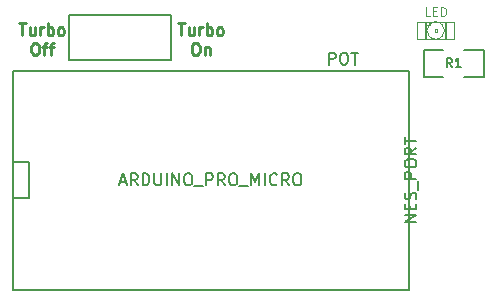
<source format=gto>
G04 (created by PCBNEW (22-Jun-2014 BZR 4027)-stable) date Sat 18 Feb 2017 18:36:52 GMT*
%MOIN*%
G04 Gerber Fmt 3.4, Leading zero omitted, Abs format*
%FSLAX34Y34*%
G01*
G70*
G90*
G04 APERTURE LIST*
%ADD10C,0.00590551*%
%ADD11C,0.00984252*%
%ADD12C,0.005*%
%ADD13C,0.0026*%
%ADD14C,0.004*%
%ADD15C,0.0035*%
G04 APERTURE END LIST*
G54D10*
G54D11*
X78306Y-53865D02*
X78531Y-53865D01*
X78418Y-54259D02*
X78418Y-53865D01*
X78831Y-53996D02*
X78831Y-54259D01*
X78662Y-53996D02*
X78662Y-54203D01*
X78681Y-54240D01*
X78718Y-54259D01*
X78775Y-54259D01*
X78812Y-54240D01*
X78831Y-54221D01*
X79018Y-54259D02*
X79018Y-53996D01*
X79018Y-54071D02*
X79037Y-54034D01*
X79056Y-54015D01*
X79093Y-53996D01*
X79131Y-53996D01*
X79262Y-54259D02*
X79262Y-53865D01*
X79262Y-54015D02*
X79299Y-53996D01*
X79374Y-53996D01*
X79412Y-54015D01*
X79431Y-54034D01*
X79449Y-54071D01*
X79449Y-54184D01*
X79431Y-54221D01*
X79412Y-54240D01*
X79374Y-54259D01*
X79299Y-54259D01*
X79262Y-54240D01*
X79674Y-54259D02*
X79637Y-54240D01*
X79618Y-54221D01*
X79599Y-54184D01*
X79599Y-54071D01*
X79618Y-54034D01*
X79637Y-54015D01*
X79674Y-53996D01*
X79731Y-53996D01*
X79768Y-54015D01*
X79787Y-54034D01*
X79806Y-54071D01*
X79806Y-54184D01*
X79787Y-54221D01*
X79768Y-54240D01*
X79731Y-54259D01*
X79674Y-54259D01*
X78812Y-54515D02*
X78887Y-54515D01*
X78925Y-54534D01*
X78962Y-54571D01*
X78981Y-54646D01*
X78981Y-54777D01*
X78962Y-54852D01*
X78925Y-54890D01*
X78887Y-54908D01*
X78812Y-54908D01*
X78775Y-54890D01*
X78737Y-54852D01*
X78718Y-54777D01*
X78718Y-54646D01*
X78737Y-54571D01*
X78775Y-54534D01*
X78812Y-54515D01*
X79093Y-54646D02*
X79243Y-54646D01*
X79149Y-54908D02*
X79149Y-54571D01*
X79168Y-54534D01*
X79206Y-54515D01*
X79243Y-54515D01*
X79318Y-54646D02*
X79468Y-54646D01*
X79374Y-54908D02*
X79374Y-54571D01*
X79393Y-54534D01*
X79431Y-54515D01*
X79468Y-54515D01*
X83606Y-53865D02*
X83831Y-53865D01*
X83718Y-54259D02*
X83718Y-53865D01*
X84131Y-53996D02*
X84131Y-54259D01*
X83962Y-53996D02*
X83962Y-54203D01*
X83981Y-54240D01*
X84018Y-54259D01*
X84075Y-54259D01*
X84112Y-54240D01*
X84131Y-54221D01*
X84318Y-54259D02*
X84318Y-53996D01*
X84318Y-54071D02*
X84337Y-54034D01*
X84356Y-54015D01*
X84393Y-53996D01*
X84431Y-53996D01*
X84562Y-54259D02*
X84562Y-53865D01*
X84562Y-54015D02*
X84599Y-53996D01*
X84674Y-53996D01*
X84712Y-54015D01*
X84731Y-54034D01*
X84749Y-54071D01*
X84749Y-54184D01*
X84731Y-54221D01*
X84712Y-54240D01*
X84674Y-54259D01*
X84599Y-54259D01*
X84562Y-54240D01*
X84974Y-54259D02*
X84937Y-54240D01*
X84918Y-54221D01*
X84899Y-54184D01*
X84899Y-54071D01*
X84918Y-54034D01*
X84937Y-54015D01*
X84974Y-53996D01*
X85031Y-53996D01*
X85068Y-54015D01*
X85087Y-54034D01*
X85106Y-54071D01*
X85106Y-54184D01*
X85087Y-54221D01*
X85068Y-54240D01*
X85031Y-54259D01*
X84974Y-54259D01*
X84159Y-54515D02*
X84234Y-54515D01*
X84271Y-54534D01*
X84309Y-54571D01*
X84328Y-54646D01*
X84328Y-54777D01*
X84309Y-54852D01*
X84271Y-54890D01*
X84234Y-54908D01*
X84159Y-54908D01*
X84121Y-54890D01*
X84084Y-54852D01*
X84065Y-54777D01*
X84065Y-54646D01*
X84084Y-54571D01*
X84121Y-54534D01*
X84159Y-54515D01*
X84496Y-54646D02*
X84496Y-54908D01*
X84496Y-54683D02*
X84515Y-54665D01*
X84553Y-54646D01*
X84609Y-54646D01*
X84646Y-54665D01*
X84665Y-54702D01*
X84665Y-54908D01*
G54D10*
X78100Y-59700D02*
X78650Y-59700D01*
X78650Y-59700D02*
X78650Y-58500D01*
X78650Y-58500D02*
X78100Y-58500D01*
X78100Y-55500D02*
X78100Y-55450D01*
X78100Y-55450D02*
X91300Y-55450D01*
X91300Y-55450D02*
X91300Y-62750D01*
X91300Y-62750D02*
X78100Y-62750D01*
X78100Y-62750D02*
X78100Y-55500D01*
X79975Y-53575D02*
X83375Y-53575D01*
X83375Y-53575D02*
X83375Y-55075D01*
X83375Y-55075D02*
X79975Y-55075D01*
X79975Y-55075D02*
X79975Y-53575D01*
G54D12*
X93800Y-55650D02*
X93800Y-54750D01*
X93800Y-54750D02*
X93150Y-54750D01*
X92450Y-55650D02*
X91800Y-55650D01*
X91800Y-55650D02*
X91800Y-54750D01*
X91800Y-54750D02*
X92450Y-54750D01*
X93150Y-55650D02*
X93800Y-55650D01*
G54D13*
X92239Y-54061D02*
X92161Y-54061D01*
X92161Y-54061D02*
X92161Y-54139D01*
X92239Y-54139D02*
X92161Y-54139D01*
X92239Y-54061D02*
X92239Y-54139D01*
X92023Y-53825D02*
X91886Y-53825D01*
X91886Y-53825D02*
X91886Y-53923D01*
X92023Y-53923D02*
X91886Y-53923D01*
X92023Y-53825D02*
X92023Y-53923D01*
X91886Y-53825D02*
X91846Y-53825D01*
X91846Y-53825D02*
X91846Y-54296D01*
X91886Y-54296D02*
X91846Y-54296D01*
X91886Y-53825D02*
X91886Y-54296D01*
X91886Y-54316D02*
X91846Y-54316D01*
X91846Y-54316D02*
X91846Y-54375D01*
X91886Y-54375D02*
X91846Y-54375D01*
X91886Y-54316D02*
X91886Y-54375D01*
X92554Y-53825D02*
X92514Y-53825D01*
X92514Y-53825D02*
X92514Y-54296D01*
X92554Y-54296D02*
X92514Y-54296D01*
X92554Y-53825D02*
X92554Y-54296D01*
X92554Y-54316D02*
X92514Y-54316D01*
X92514Y-54316D02*
X92514Y-54375D01*
X92554Y-54375D02*
X92514Y-54375D01*
X92554Y-54316D02*
X92554Y-54375D01*
X92023Y-53825D02*
X91964Y-53825D01*
X91964Y-53825D02*
X91964Y-53923D01*
X92023Y-53923D02*
X91964Y-53923D01*
X92023Y-53825D02*
X92023Y-53923D01*
G54D14*
X91590Y-53805D02*
X92810Y-53805D01*
X92810Y-53805D02*
X92810Y-54395D01*
X92810Y-54395D02*
X91590Y-54395D01*
X91590Y-54395D02*
X91590Y-53805D01*
X92415Y-53903D02*
G75*
G03X91983Y-53904I-215J-196D01*
G74*
G01*
X92415Y-54296D02*
G75*
G03X92416Y-53904I-215J196D01*
G74*
G01*
X91984Y-54296D02*
G75*
G03X92416Y-54295I215J196D01*
G74*
G01*
X91984Y-53903D02*
G75*
G03X91983Y-54295I215J-196D01*
G74*
G01*
G54D10*
X81681Y-59146D02*
X81869Y-59146D01*
X81644Y-59259D02*
X81775Y-58865D01*
X81906Y-59259D01*
X82262Y-59259D02*
X82131Y-59071D01*
X82037Y-59259D02*
X82037Y-58865D01*
X82187Y-58865D01*
X82225Y-58884D01*
X82244Y-58903D01*
X82262Y-58940D01*
X82262Y-58996D01*
X82244Y-59034D01*
X82225Y-59053D01*
X82187Y-59071D01*
X82037Y-59071D01*
X82431Y-59259D02*
X82431Y-58865D01*
X82525Y-58865D01*
X82581Y-58884D01*
X82619Y-58921D01*
X82637Y-58959D01*
X82656Y-59034D01*
X82656Y-59090D01*
X82637Y-59165D01*
X82619Y-59203D01*
X82581Y-59240D01*
X82525Y-59259D01*
X82431Y-59259D01*
X82825Y-58865D02*
X82825Y-59184D01*
X82843Y-59221D01*
X82862Y-59240D01*
X82900Y-59259D01*
X82975Y-59259D01*
X83012Y-59240D01*
X83031Y-59221D01*
X83050Y-59184D01*
X83050Y-58865D01*
X83237Y-59259D02*
X83237Y-58865D01*
X83425Y-59259D02*
X83425Y-58865D01*
X83650Y-59259D01*
X83650Y-58865D01*
X83912Y-58865D02*
X83987Y-58865D01*
X84025Y-58884D01*
X84062Y-58921D01*
X84081Y-58996D01*
X84081Y-59128D01*
X84062Y-59203D01*
X84025Y-59240D01*
X83987Y-59259D01*
X83912Y-59259D01*
X83875Y-59240D01*
X83837Y-59203D01*
X83818Y-59128D01*
X83818Y-58996D01*
X83837Y-58921D01*
X83875Y-58884D01*
X83912Y-58865D01*
X84156Y-59296D02*
X84456Y-59296D01*
X84550Y-59259D02*
X84550Y-58865D01*
X84700Y-58865D01*
X84737Y-58884D01*
X84756Y-58903D01*
X84774Y-58940D01*
X84774Y-58996D01*
X84756Y-59034D01*
X84737Y-59053D01*
X84700Y-59071D01*
X84550Y-59071D01*
X85168Y-59259D02*
X85037Y-59071D01*
X84943Y-59259D02*
X84943Y-58865D01*
X85093Y-58865D01*
X85131Y-58884D01*
X85149Y-58903D01*
X85168Y-58940D01*
X85168Y-58996D01*
X85149Y-59034D01*
X85131Y-59053D01*
X85093Y-59071D01*
X84943Y-59071D01*
X85412Y-58865D02*
X85487Y-58865D01*
X85524Y-58884D01*
X85562Y-58921D01*
X85581Y-58996D01*
X85581Y-59128D01*
X85562Y-59203D01*
X85524Y-59240D01*
X85487Y-59259D01*
X85412Y-59259D01*
X85374Y-59240D01*
X85337Y-59203D01*
X85318Y-59128D01*
X85318Y-58996D01*
X85337Y-58921D01*
X85374Y-58884D01*
X85412Y-58865D01*
X85656Y-59296D02*
X85956Y-59296D01*
X86049Y-59259D02*
X86049Y-58865D01*
X86181Y-59146D01*
X86312Y-58865D01*
X86312Y-59259D01*
X86499Y-59259D02*
X86499Y-58865D01*
X86912Y-59221D02*
X86893Y-59240D01*
X86837Y-59259D01*
X86799Y-59259D01*
X86743Y-59240D01*
X86705Y-59203D01*
X86687Y-59165D01*
X86668Y-59090D01*
X86668Y-59034D01*
X86687Y-58959D01*
X86705Y-58921D01*
X86743Y-58884D01*
X86799Y-58865D01*
X86837Y-58865D01*
X86893Y-58884D01*
X86912Y-58903D01*
X87305Y-59259D02*
X87174Y-59071D01*
X87080Y-59259D02*
X87080Y-58865D01*
X87230Y-58865D01*
X87268Y-58884D01*
X87287Y-58903D01*
X87305Y-58940D01*
X87305Y-58996D01*
X87287Y-59034D01*
X87268Y-59053D01*
X87230Y-59071D01*
X87080Y-59071D01*
X87549Y-58865D02*
X87624Y-58865D01*
X87662Y-58884D01*
X87699Y-58921D01*
X87718Y-58996D01*
X87718Y-59128D01*
X87699Y-59203D01*
X87662Y-59240D01*
X87624Y-59259D01*
X87549Y-59259D01*
X87512Y-59240D01*
X87474Y-59203D01*
X87455Y-59128D01*
X87455Y-58996D01*
X87474Y-58921D01*
X87512Y-58884D01*
X87549Y-58865D01*
X88640Y-55234D02*
X88640Y-54840D01*
X88790Y-54840D01*
X88828Y-54859D01*
X88846Y-54878D01*
X88865Y-54915D01*
X88865Y-54971D01*
X88846Y-55009D01*
X88828Y-55028D01*
X88790Y-55046D01*
X88640Y-55046D01*
X89109Y-54840D02*
X89184Y-54840D01*
X89221Y-54859D01*
X89259Y-54896D01*
X89278Y-54971D01*
X89278Y-55103D01*
X89259Y-55178D01*
X89221Y-55215D01*
X89184Y-55234D01*
X89109Y-55234D01*
X89071Y-55215D01*
X89034Y-55178D01*
X89015Y-55103D01*
X89015Y-54971D01*
X89034Y-54896D01*
X89071Y-54859D01*
X89109Y-54840D01*
X89390Y-54840D02*
X89615Y-54840D01*
X89503Y-55234D02*
X89503Y-54840D01*
G54D12*
X92750Y-55321D02*
X92650Y-55178D01*
X92578Y-55321D02*
X92578Y-55021D01*
X92692Y-55021D01*
X92721Y-55035D01*
X92735Y-55050D01*
X92750Y-55078D01*
X92750Y-55121D01*
X92735Y-55150D01*
X92721Y-55164D01*
X92692Y-55178D01*
X92578Y-55178D01*
X93035Y-55321D02*
X92864Y-55321D01*
X92950Y-55321D02*
X92950Y-55021D01*
X92921Y-55064D01*
X92892Y-55092D01*
X92864Y-55107D01*
G54D15*
X92007Y-53621D02*
X91864Y-53621D01*
X91864Y-53321D01*
X92107Y-53464D02*
X92207Y-53464D01*
X92250Y-53621D02*
X92107Y-53621D01*
X92107Y-53321D01*
X92250Y-53321D01*
X92378Y-53621D02*
X92378Y-53321D01*
X92450Y-53321D01*
X92492Y-53335D01*
X92521Y-53364D01*
X92535Y-53392D01*
X92550Y-53450D01*
X92550Y-53492D01*
X92535Y-53550D01*
X92521Y-53578D01*
X92492Y-53607D01*
X92450Y-53621D01*
X92378Y-53621D01*
G54D10*
X91559Y-60477D02*
X91165Y-60477D01*
X91559Y-60252D01*
X91165Y-60252D01*
X91353Y-60065D02*
X91353Y-59934D01*
X91559Y-59878D02*
X91559Y-60065D01*
X91165Y-60065D01*
X91165Y-59878D01*
X91540Y-59728D02*
X91559Y-59671D01*
X91559Y-59578D01*
X91540Y-59540D01*
X91521Y-59521D01*
X91484Y-59503D01*
X91446Y-59503D01*
X91409Y-59521D01*
X91390Y-59540D01*
X91371Y-59578D01*
X91353Y-59653D01*
X91334Y-59690D01*
X91315Y-59709D01*
X91278Y-59728D01*
X91240Y-59728D01*
X91203Y-59709D01*
X91184Y-59690D01*
X91165Y-59653D01*
X91165Y-59559D01*
X91184Y-59503D01*
X91596Y-59428D02*
X91596Y-59128D01*
X91559Y-59034D02*
X91165Y-59034D01*
X91165Y-58884D01*
X91184Y-58846D01*
X91203Y-58828D01*
X91240Y-58809D01*
X91296Y-58809D01*
X91334Y-58828D01*
X91353Y-58846D01*
X91371Y-58884D01*
X91371Y-59034D01*
X91165Y-58565D02*
X91165Y-58490D01*
X91184Y-58453D01*
X91221Y-58415D01*
X91296Y-58396D01*
X91428Y-58396D01*
X91503Y-58415D01*
X91540Y-58453D01*
X91559Y-58490D01*
X91559Y-58565D01*
X91540Y-58603D01*
X91503Y-58640D01*
X91428Y-58659D01*
X91296Y-58659D01*
X91221Y-58640D01*
X91184Y-58603D01*
X91165Y-58565D01*
X91559Y-58003D02*
X91371Y-58134D01*
X91559Y-58228D02*
X91165Y-58228D01*
X91165Y-58078D01*
X91184Y-58040D01*
X91203Y-58022D01*
X91240Y-58003D01*
X91296Y-58003D01*
X91334Y-58022D01*
X91353Y-58040D01*
X91371Y-58078D01*
X91371Y-58228D01*
X91165Y-57890D02*
X91165Y-57665D01*
X91559Y-57778D02*
X91165Y-57778D01*
M02*

</source>
